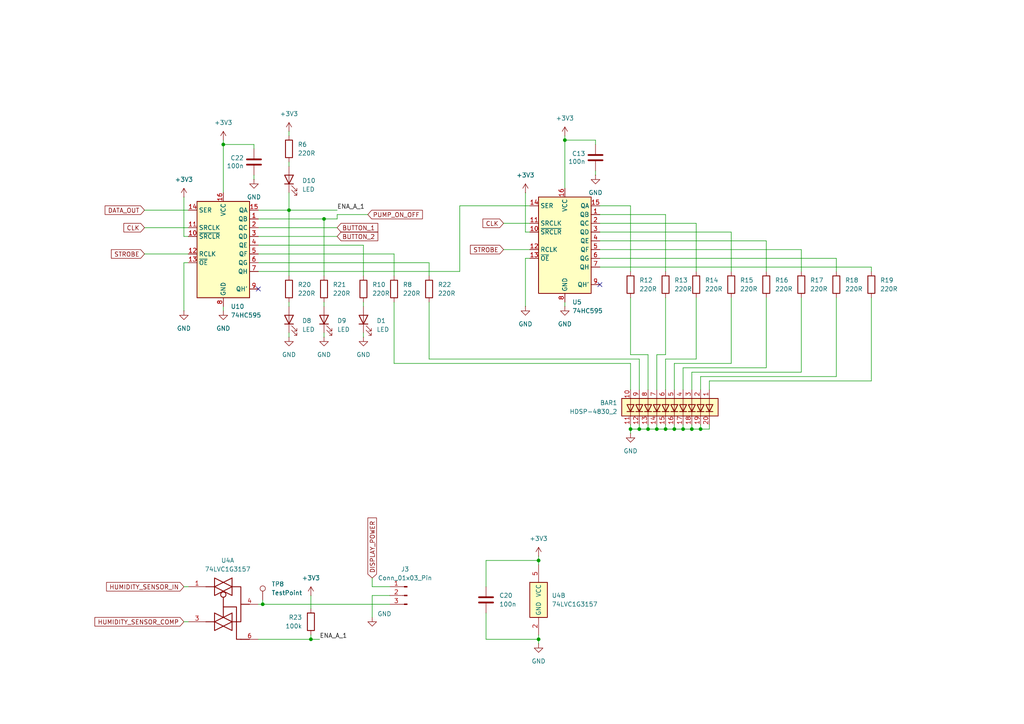
<source format=kicad_sch>
(kicad_sch (version 20250114) (generator "eeschema") (generator_version "9.0")
  (paper "A4")
  (lib_symbols
    (symbol "74xGxx:74LVC1G3157"
      (property "Reference" "U" (at 5.08 7.62 0))
      (property "Value" "74LVC1G3157" (at 10.16 -7.62 0))
      (symbol "74LVC1G3157_1_1"
        (polyline (pts (xy -7.62 0) (xy -5.08 0)) (stroke (width 0.254)) (fill (type background)))
        (polyline (pts (xy -7.62 -10.16) (xy -5.08 -10.16)) (stroke (width 0.254)) (fill (type background)))
        (polyline (pts (xy -2.54 7.62) (xy 0 6.35) (xy -2.54 5.08) (xy -2.54 7.62)) (stroke (width 0.254)))
        (polyline (pts (xy -2.54 5.08) (xy 0 3.81) (xy -2.54 2.54) (xy -2.54 5.08)) (stroke (width 0.254)))
        (polyline (pts (xy -2.54 5.08) (xy -5.08 5.08) (xy -5.08 0) (xy -5.08 -5.08) (xy -2.54 -5.08)) (stroke (width 0.254)))
        (polyline (pts (xy -2.54 -2.54) (xy -2.54 -5.08) (xy 0 -3.81) (xy -2.54 -2.54)) (stroke (width 0.254)))
        (polyline (pts (xy -2.54 -5.08) (xy 0 -6.35) (xy -2.54 -7.62) (xy -2.54 -5.08)) (stroke (width 0.254)))
        (circle (center 0 2.794) (radius 0.762) (stroke (width 0.254)))
        (polyline (pts (xy 0 -0.762) (xy -3.81 -0.762) (xy -3.81 -10.16) (xy -5.08 -10.16)) (stroke (width 0.254)))
        (polyline (pts (xy 0 -3.81) (xy 0 2.032)) (stroke (width 0.254)))
        (polyline (pts (xy 2.54 5.08) (xy 2.54 7.62) (xy 0 6.35) (xy 2.54 5.08)) (stroke (width 0.254)))
        (polyline (pts (xy 2.54 5.08) (xy 2.54 2.54) (xy 0 3.81) (xy 2.54 5.08)) (stroke (width 0.254)))
        (polyline (pts (xy 2.54 -2.54) (xy 2.54 -5.08) (xy 0 -3.81) (xy 2.54 -2.54)) (stroke (width 0.254)))
        (polyline (pts (xy 2.54 -5.08) (xy 0 -6.35) (xy 2.54 -7.62) (xy 2.54 -5.08)) (stroke (width 0.254)))
        (polyline (pts (xy 5.08 5.08) (xy 2.54 5.08)) (stroke (width 0.254)) (fill (type background)))
        (polyline (pts (xy 5.08 -5.08) (xy 2.54 -5.08)) (stroke (width 0.254)) (fill (type background)))
        (pin bidirectional line (at -10.16 0 0) (length 5.08) (name "~") (number "4"))
        (pin input line (at -10.16 -10.16 0) (length 5.08) (name "~") (number "6"))
        (pin bidirectional line (at 10.16 5.08 180) (length 5.08) (name "~") (number "1"))
        (pin bidirectional line (at 10.16 -5.08 180) (length 5.08) (name "~") (number "3"))
      )
      (symbol "74LVC1G3157_2_1"
        (rectangle (start -2.54 5.08) (end 2.54 -5.08) (stroke (width 0.254)) (fill (type background)))
        (pin power_in line (at 0 10.16 270) (length 5.08) (name "VCC") (number "5"))
        (pin power_in line (at 0 -10.16 90) (length 5.08) (name "GND") (number "2"))
      )
    )
    (symbol "74xx:74HC595"
      (property "Reference" "U" (at -7.62 13.97 0))
      (property "Value" "74HC595" (at -7.62 -16.51 0))
      (symbol "74HC595_1_0"
        (pin input line (at -10.16 10.16 0) (length 2.54) (name "SER") (number "14"))
        (pin input line (at -10.16 5.08 0) (length 2.54) (name "SRCLK") (number "11"))
        (pin input line (at -10.16 2.54 0) (length 2.54) (name "~{SRCLR}") (number "10"))
        (pin input line (at -10.16 -2.54 0) (length 2.54) (name "RCLK") (number "12"))
        (pin input line (at -10.16 -5.08 0) (length 2.54) (name "~{OE}") (number "13"))
        (pin power_in line (at 0 15.24 270) (length 2.54) (name "VCC") (number "16"))
        (pin power_in line (at 0 -17.78 90) (length 2.54) (name "GND") (number "8"))
        (pin tri_state line (at 10.16 10.16 180) (length 2.54) (name "QA") (number "15"))
        (pin tri_state line (at 10.16 7.62 180) (length 2.54) (name "QB") (number "1"))
        (pin tri_state line (at 10.16 5.08 180) (length 2.54) (name "QC") (number "2"))
        (pin tri_state line (at 10.16 2.54 180) (length 2.54) (name "QD") (number "3"))
        (pin tri_state line (at 10.16 0 180) (length 2.54) (name "QE") (number "4"))
        (pin tri_state line (at 10.16 -2.54 180) (length 2.54) (name "QF") (number "5"))
        (pin tri_state line (at 10.16 -5.08 180) (length 2.54) (name "QG") (number "6"))
        (pin tri_state line (at 10.16 -7.62 180) (length 2.54) (name "QH") (number "7"))
        (pin output line (at 10.16 -12.7 180) (length 2.54) (name "QH'") (number "9"))
      )
      (symbol "74HC595_1_1"
        (rectangle (start -7.62 12.7) (end 7.62 -15.24) (stroke (width 0.254)) (fill (type background)))
      )
    )
    (symbol "Connector:Conn_01x03_Pin" (pin_names (offset 1.016) (hide yes))
      (property "Reference" "J" (at 0 5.08 0))
      (property "Value" "Conn_01x03_Pin" (at 0 -5.08 0))
      (symbol "Conn_01x03_Pin_1_1"
        (rectangle (start 0.8636 2.667) (end 0 2.413) (stroke (width 0.1524)) (fill (type outline)))
        (rectangle (start 0.8636 0.127) (end 0 -0.127) (stroke (width 0.1524)) (fill (type outline)))
        (rectangle (start 0.8636 -2.413) (end 0 -2.667) (stroke (width 0.1524)) (fill (type outline)))
        (polyline (pts (xy 1.27 2.54) (xy 0.8636 2.54)) (stroke (width 0.1524)))
        (polyline (pts (xy 1.27 0) (xy 0.8636 0)) (stroke (width 0.1524)))
        (polyline (pts (xy 1.27 -2.54) (xy 0.8636 -2.54)) (stroke (width 0.1524)))
        (pin passive line (at 5.08 2.54 180) (length 3.81) (name "Pin_1") (number "1"))
        (pin passive line (at 5.08 0 180) (length 3.81) (name "Pin_2") (number "2"))
        (pin passive line (at 5.08 -2.54 180) (length 3.81) (name "Pin_3") (number "3"))
      )
    )
    (symbol "Connector:TestPoint" (pin_numbers (hide yes)) (pin_names (offset 0.762) (hide yes))
      (property "Reference" "TP" (at 0 6.858 0))
      (property "Value" "TestPoint" (at 0 5.08 0))
      (symbol "TestPoint_0_1"
        (circle (center 0 3.302) (radius 0.762))
      )
      (symbol "TestPoint_1_1"
        (pin passive line (at 0 0 90) (length 2.54) (name "1") (number "1"))
      )
    )
    (symbol "Device:C" (pin_numbers (hide yes)) (pin_names (offset 0.254))
      (property "Reference" "C" (at 0.635 2.54 0))
      (property "Value" "C" (at 0.635 -2.54 0))
      (symbol "C_0_1"
        (polyline (pts (xy -2.032 0.762) (xy 2.032 0.762)) (stroke (width 0.508)))
        (polyline (pts (xy -2.032 -0.762) (xy 2.032 -0.762)) (stroke (width 0.508)))
      )
      (symbol "C_1_1"
        (pin passive line (at 0 3.81 270) (length 2.794) (name "~") (number "1"))
        (pin passive line (at 0 -3.81 90) (length 2.794) (name "~") (number "2"))
      )
    )
    (symbol "Device:LED" (pin_numbers (hide yes)) (pin_names (offset 1.016) (hide yes))
      (property "Reference" "D" (at 0 2.54 0))
      (property "Value" "LED" (at 0 -2.54 0))
      (symbol "LED_0_1"
        (polyline (pts (xy -3.048 -0.762) (xy -4.572 -2.286) (xy -3.81 -2.286) (xy -4.572 -2.286) (xy -4.572 -1.524)))
        (polyline (pts (xy -1.778 -0.762) (xy -3.302 -2.286) (xy -2.54 -2.286) (xy -3.302 -2.286) (xy -3.302 -1.524)))
        (polyline (pts (xy -1.27 0) (xy 1.27 0)))
        (polyline (pts (xy -1.27 -1.27) (xy -1.27 1.27)) (stroke (width 0.254)))
        (polyline (pts (xy 1.27 -1.27) (xy 1.27 1.27) (xy -1.27 0) (xy 1.27 -1.27)) (stroke (width 0.254)))
      )
      (symbol "LED_1_1"
        (pin passive line (at -3.81 0 0) (length 2.54) (name "K") (number "1"))
        (pin passive line (at 3.81 0 180) (length 2.54) (name "A") (number "2"))
      )
    )
    (symbol "Device:R" (pin_numbers (hide yes)) (pin_names (offset 0))
      (property "Reference" "R" (at 2.032 0 90))
      (property "Value" "R" (at 0 0 90))
      (symbol "R_0_1"
        (rectangle (start -1.016 -2.54) (end 1.016 2.54) (stroke (width 0.254)))
      )
      (symbol "R_1_1"
        (pin passive line (at 0 3.81 270) (length 1.27) (name "~") (number "1"))
        (pin passive line (at 0 -3.81 90) (length 1.27) (name "~") (number "2"))
      )
    )
    (symbol "LED:HDSP-4830_2" (pin_names (offset 1.016) (hide yes))
      (property "Reference" "BAR" (at 0 15.24 0))
      (property "Value" "HDSP-4830_2" (at 0 -17.78 0))
      (symbol "HDSP-4830_2_0_1"
        (rectangle (start -2.54 12.7) (end 2.54 -15.24) (stroke (width 0.254)) (fill (type background)))
        (polyline (pts (xy -2.54 10.16) (xy 2.54 10.16)))
        (polyline (pts (xy -2.54 7.62) (xy 2.54 7.62)))
        (polyline (pts (xy -2.54 5.08) (xy 2.54 5.08)))
        (polyline (pts (xy -2.54 0) (xy 2.54 0)))
        (polyline (pts (xy -2.54 -5.08) (xy 2.54 -5.08)))
        (polyline (pts (xy -2.54 -7.62) (xy 2.54 -7.62)))
        (polyline (pts (xy -2.54 -10.16) (xy 2.54 -10.16)))
        (polyline (pts (xy -2.54 -12.7) (xy 2.54 -12.7)))
        (polyline (pts (xy -0.762 11.176) (xy -0.762 9.144) (xy 1.27 10.16) (xy -0.762 11.176)) (stroke (width 0.254)))
        (polyline (pts (xy -0.762 8.636) (xy -0.762 6.604) (xy 1.27 7.62) (xy -0.762 8.636)) (stroke (width 0.254)))
        (polyline (pts (xy -0.762 6.096) (xy -0.762 4.064) (xy 1.27 5.08) (xy -0.762 6.096)) (stroke (width 0.254)))
        (polyline (pts (xy -0.762 3.556) (xy -0.762 1.524) (xy 1.27 2.54) (xy -0.762 3.556)) (stroke (width 0.254)))
        (polyline (pts (xy -0.762 1.016) (xy -0.762 -1.016) (xy 1.27 0) (xy -0.762 1.016)) (stroke (width 0.254)))
        (polyline (pts (xy -0.762 -1.524) (xy -0.762 -3.556) (xy 1.27 -2.54) (xy -0.762 -1.524)) (stroke (width 0.254)))
        (polyline (pts (xy -0.762 -4.064) (xy -0.762 -6.096) (xy 1.27 -5.08) (xy -0.762 -4.064)) (stroke (width 0.254)))
        (polyline (pts (xy -0.762 -6.604) (xy -0.762 -8.636) (xy 1.27 -7.62) (xy -0.762 -6.604)) (stroke (width 0.254)))
        (polyline (pts (xy -0.762 -9.144) (xy -0.762 -11.176) (xy 1.27 -10.16) (xy -0.762 -9.144)) (stroke (width 0.254)))
        (polyline (pts (xy -0.762 -11.684) (xy -0.762 -13.716) (xy 1.27 -12.7) (xy -0.762 -11.684)) (stroke (width 0.254)))
        (polyline (pts (xy 1.27 11.176) (xy 1.27 9.144)) (stroke (width 0.254)))
        (polyline (pts (xy 1.27 8.636) (xy 1.27 6.604)) (stroke (width 0.254)))
        (polyline (pts (xy 1.27 6.096) (xy 1.27 4.064)) (stroke (width 0.254)))
        (polyline (pts (xy 1.27 3.556) (xy 1.27 1.524)) (stroke (width 0.254)))
        (polyline (pts (xy 1.27 1.016) (xy 1.27 -1.016)) (stroke (width 0.254)))
        (polyline (pts (xy 1.27 -1.524) (xy 1.27 -3.556)) (stroke (width 0.254)))
        (polyline (pts (xy 1.27 -4.064) (xy 1.27 -6.096)) (stroke (width 0.254)))
        (polyline (pts (xy 1.27 -6.604) (xy 1.27 -8.636)) (stroke (width 0.254)))
        (polyline (pts (xy 1.27 -9.144) (xy 1.27 -11.176)) (stroke (width 0.254)))
        (polyline (pts (xy 1.27 -11.684) (xy 1.27 -13.716)) (stroke (width 0.254)))
        (polyline (pts (xy 2.54 2.54) (xy -2.54 2.54)))
        (polyline (pts (xy 2.54 -2.54) (xy -2.54 -2.54)))
      )
      (symbol "HDSP-4830_2_1_1"
        (pin passive line (at -5.08 10.16 0) (length 2.54) (name "A") (number "1"))
        (pin passive line (at -5.08 7.62 0) (length 2.54) (name "A") (number "2"))
        (pin passive line (at -5.08 5.08 0) (length 2.54) (name "A") (number "3"))
        (pin passive line (at -5.08 2.54 0) (length 2.54) (name "A") (number "4"))
        (pin passive line (at -5.08 0 0) (length 2.54) (name "A") (number "5"))
        (pin passive line (at -5.08 -2.54 0) (length 2.54) (name "A") (number "6"))
        (pin passive line (at -5.08 -5.08 0) (length 2.54) (name "A") (number "7"))
        (pin passive line (at -5.08 -7.62 0) (length 2.54) (name "A") (number "8"))
        (pin passive line (at -5.08 -10.16 0) (length 2.54) (name "A") (number "9"))
        (pin passive line (at -5.08 -12.7 0) (length 2.54) (name "A") (number "10"))
        (pin passive line (at 5.08 10.16 180) (length 2.54) (name "K") (number "20"))
        (pin passive line (at 5.08 7.62 180) (length 2.54) (name "K") (number "19"))
        (pin passive line (at 5.08 5.08 180) (length 2.54) (name "K") (number "18"))
        (pin passive line (at 5.08 2.54 180) (length 2.54) (name "K") (number "17"))
        (pin passive line (at 5.08 0 180) (length 2.54) (name "K") (number "16"))
        (pin passive line (at 5.08 -2.54 180) (length 2.54) (name "K") (number "15"))
        (pin passive line (at 5.08 -5.08 180) (length 2.54) (name "K") (number "14"))
        (pin passive line (at 5.08 -7.62 180) (length 2.54) (name "K") (number "13"))
        (pin passive line (at 5.08 -10.16 180) (length 2.54) (name "K") (number "12"))
        (pin passive line (at 5.08 -12.7 180) (length 2.54) (name "K") (number "11"))
      )
    )
    (symbol "power:+3V3" (power) (pin_numbers (hide yes)) (pin_names (offset 0) (hide yes))
      (property "Value" "+3V3" (at 0 3.556 0))
      (symbol "+3V3_0_1"
        (polyline (pts (xy -0.762 1.27) (xy 0 2.54)))
        (polyline (pts (xy 0 2.54) (xy 0.762 1.27)))
        (polyline (pts (xy 0 0) (xy 0 2.54)))
      )
      (symbol "+3V3_1_1"
        (pin power_in line (at 0 0 90) (length 0) (name "~") (number "1"))
      )
    )
    (symbol "power:GND" (power) (pin_numbers (hide yes)) (pin_names (offset 0) (hide yes))
      (property "Value" "GND" (at 0 -3.81 0))
      (symbol "GND_0_1"
        (polyline (pts (xy 0 0) (xy 0 -1.27) (xy 1.27 -1.27) (xy 0 -2.54) (xy -1.27 -1.27) (xy 0 -1.27)))
      )
      (symbol "GND_1_1"
        (pin power_in line (at 0 0 270) (length 0) (name "~") (number "1"))
      )
    )
  )
  (junction (at 93.98 63.5))
  (junction (at 156.21 185.42))
  (junction (at 185.42 124.46))
  (junction (at 83.82 60.96))
  (junction (at 200.66 124.46))
  (junction (at 90.17 185.42))
  (junction (at 76.2 175.26))
  (junction (at 193.04 124.46))
  (junction (at 156.21 162.56))
  (junction (at 163.83 40.64))
  (junction (at 203.2 124.46))
  (junction (at 195.58 124.46))
  (junction (at 187.96 124.46))
  (junction (at 64.77 41.91))
  (junction (at 182.88 124.46))
  (junction (at 198.12 124.46))
  (junction (at 190.5 124.46))
  (no_connect (at 74.93 83.82))
  (no_connect (at 173.99 82.55))
  (wire (pts (xy 74.93 71.12) (xy 105.41 71.12)))
  (wire (pts (xy 203.2 109.22) (xy 203.2 113.03)))
  (wire (pts (xy 195.58 123.19) (xy 195.58 124.46)))
  (wire (pts (xy 107.95 172.72) (xy 107.95 179.07)))
  (wire (pts (xy 212.09 105.41) (xy 195.58 105.41)))
  (wire (pts (xy 73.66 52.07) (xy 73.66 50.8)))
  (wire (pts (xy 205.74 124.46) (xy 205.74 123.19)))
  (wire (pts (xy 140.97 177.8) (xy 140.97 185.42)))
  (wire (pts (xy 193.04 62.23) (xy 193.04 78.74)))
  (wire (pts (xy 203.2 124.46) (xy 205.74 124.46)))
  (wire (pts (xy 92.71 185.42) (xy 90.17 185.42)))
  (wire (pts (xy 187.96 102.87) (xy 187.96 113.03)))
  (wire (pts (xy 173.99 64.77) (xy 201.93 64.77)))
  (wire (pts (xy 193.04 102.87) (xy 190.5 102.87)))
  (wire (pts (xy 205.74 113.03) (xy 205.74 110.49)))
  (wire (pts (xy 193.04 123.19) (xy 193.04 124.46)))
  (wire (pts (xy 97.79 62.23) (xy 106.68 62.23)))
  (wire (pts (xy 152.4 55.88) (xy 152.4 67.31)))
  (wire (pts (xy 83.82 87.63) (xy 83.82 88.9)))
  (wire (pts (xy 201.93 104.14) (xy 193.04 104.14)))
  (wire (pts (xy 90.17 185.42) (xy 74.93 185.42)))
  (wire (pts (xy 76.2 175.26) (xy 113.03 175.26)))
  (wire (pts (xy 83.82 38.1) (xy 83.82 39.37)))
  (wire (pts (xy 242.57 74.93) (xy 242.57 78.74)))
  (wire (pts (xy 152.4 74.93) (xy 152.4 88.9)))
  (wire (pts (xy 187.96 124.46) (xy 190.5 124.46)))
  (wire (pts (xy 53.34 76.2) (xy 54.61 76.2)))
  (wire (pts (xy 41.91 73.66) (xy 54.61 73.66)))
  (wire (pts (xy 222.25 106.68) (xy 198.12 106.68)))
  (wire (pts (xy 185.42 123.19) (xy 185.42 124.46)))
  (wire (pts (xy 193.04 86.36) (xy 193.04 102.87)))
  (wire (pts (xy 76.2 173.99) (xy 76.2 175.26)))
  (wire (pts (xy 124.46 87.63) (xy 124.46 104.14)))
  (wire (pts (xy 252.73 77.47) (xy 252.73 78.74)))
  (wire (pts (xy 195.58 124.46) (xy 198.12 124.46)))
  (wire (pts (xy 156.21 162.56) (xy 156.21 163.83)))
  (wire (pts (xy 185.42 104.14) (xy 124.46 104.14)))
  (wire (pts (xy 187.96 123.19) (xy 187.96 124.46)))
  (wire (pts (xy 172.72 41.91) (xy 172.72 40.64)))
  (wire (pts (xy 195.58 105.41) (xy 195.58 113.03)))
  (wire (pts (xy 73.66 41.91) (xy 64.77 41.91)))
  (wire (pts (xy 232.41 72.39) (xy 232.41 78.74)))
  (wire (pts (xy 212.09 67.31) (xy 212.09 78.74)))
  (wire (pts (xy 222.25 86.36) (xy 222.25 106.68)))
  (wire (pts (xy 41.91 60.96) (xy 54.61 60.96)))
  (wire (pts (xy 53.34 170.18) (xy 54.61 170.18)))
  (wire (pts (xy 198.12 123.19) (xy 198.12 124.46)))
  (wire (pts (xy 182.88 105.41) (xy 114.3 105.41)))
  (wire (pts (xy 173.99 77.47) (xy 252.73 77.47)))
  (wire (pts (xy 163.83 87.63) (xy 163.83 88.9)))
  (wire (pts (xy 146.05 64.77) (xy 153.67 64.77)))
  (wire (pts (xy 64.77 40.64) (xy 64.77 41.91)))
  (wire (pts (xy 205.74 110.49) (xy 252.73 110.49)))
  (wire (pts (xy 222.25 69.85) (xy 222.25 78.74)))
  (wire (pts (xy 114.3 73.66) (xy 114.3 80.01)))
  (wire (pts (xy 74.93 66.04) (xy 97.79 66.04)))
  (wire (pts (xy 133.35 78.74) (xy 133.35 59.69)))
  (wire (pts (xy 93.98 80.01) (xy 93.98 63.5)))
  (wire (pts (xy 182.88 59.69) (xy 182.88 78.74)))
  (wire (pts (xy 232.41 86.36) (xy 232.41 107.95)))
  (wire (pts (xy 172.72 50.8) (xy 172.72 49.53)))
  (wire (pts (xy 53.34 180.34) (xy 54.61 180.34)))
  (wire (pts (xy 203.2 123.19) (xy 203.2 124.46)))
  (wire (pts (xy 93.98 63.5) (xy 97.79 63.5)))
  (wire (pts (xy 190.5 102.87) (xy 190.5 113.03)))
  (wire (pts (xy 182.88 124.46) (xy 185.42 124.46)))
  (wire (pts (xy 53.34 76.2) (xy 53.34 90.17)))
  (wire (pts (xy 173.99 67.31) (xy 212.09 67.31)))
  (wire (pts (xy 64.77 88.9) (xy 64.77 90.17)))
  (wire (pts (xy 124.46 76.2) (xy 124.46 80.01)))
  (wire (pts (xy 200.66 107.95) (xy 200.66 113.03)))
  (wire (pts (xy 182.88 123.19) (xy 182.88 124.46)))
  (wire (pts (xy 73.66 43.18) (xy 73.66 41.91)))
  (wire (pts (xy 83.82 60.96) (xy 83.82 80.01)))
  (wire (pts (xy 140.97 170.18) (xy 140.97 162.56)))
  (wire (pts (xy 172.72 40.64) (xy 163.83 40.64)))
  (wire (pts (xy 156.21 184.15) (xy 156.21 185.42)))
  (wire (pts (xy 190.5 124.46) (xy 193.04 124.46)))
  (wire (pts (xy 93.98 96.52) (xy 93.98 97.79)))
  (wire (pts (xy 90.17 172.72) (xy 90.17 176.53)))
  (wire (pts (xy 156.21 161.29) (xy 156.21 162.56)))
  (wire (pts (xy 133.35 59.69) (xy 153.67 59.69)))
  (wire (pts (xy 152.4 67.31) (xy 153.67 67.31)))
  (wire (pts (xy 53.34 57.15) (xy 53.34 68.58)))
  (wire (pts (xy 105.41 96.52) (xy 105.41 97.79)))
  (wire (pts (xy 200.66 123.19) (xy 200.66 124.46)))
  (wire (pts (xy 53.34 68.58) (xy 54.61 68.58)))
  (wire (pts (xy 252.73 86.36) (xy 252.73 110.49)))
  (wire (pts (xy 74.93 63.5) (xy 93.98 63.5)))
  (wire (pts (xy 163.83 39.37) (xy 163.83 40.64)))
  (wire (pts (xy 242.57 86.36) (xy 242.57 109.22)))
  (wire (pts (xy 232.41 107.95) (xy 200.66 107.95)))
  (wire (pts (xy 201.93 64.77) (xy 201.93 78.74)))
  (wire (pts (xy 113.03 172.72) (xy 107.95 172.72)))
  (wire (pts (xy 173.99 72.39) (xy 232.41 72.39)))
  (wire (pts (xy 182.88 102.87) (xy 187.96 102.87)))
  (wire (pts (xy 107.95 170.18) (xy 107.95 167.64)))
  (wire (pts (xy 193.04 104.14) (xy 193.04 113.03)))
  (wire (pts (xy 93.98 87.63) (xy 93.98 88.9)))
  (wire (pts (xy 83.82 55.88) (xy 83.82 60.96)))
  (wire (pts (xy 74.93 60.96) (xy 83.82 60.96)))
  (wire (pts (xy 140.97 162.56) (xy 156.21 162.56)))
  (wire (pts (xy 74.93 76.2) (xy 124.46 76.2)))
  (wire (pts (xy 185.42 113.03) (xy 185.42 104.14)))
  (wire (pts (xy 173.99 59.69) (xy 182.88 59.69)))
  (wire (pts (xy 146.05 72.39) (xy 153.67 72.39)))
  (wire (pts (xy 182.88 86.36) (xy 182.88 102.87)))
  (wire (pts (xy 83.82 96.52) (xy 83.82 97.79)))
  (wire (pts (xy 173.99 69.85) (xy 222.25 69.85)))
  (wire (pts (xy 163.83 40.64) (xy 163.83 54.61)))
  (wire (pts (xy 74.93 175.26) (xy 76.2 175.26)))
  (wire (pts (xy 173.99 62.23) (xy 193.04 62.23)))
  (wire (pts (xy 190.5 123.19) (xy 190.5 124.46)))
  (wire (pts (xy 83.82 60.96) (xy 97.79 60.96)))
  (wire (pts (xy 74.93 78.74) (xy 133.35 78.74)))
  (wire (pts (xy 152.4 74.93) (xy 153.67 74.93)))
  (wire (pts (xy 173.99 74.93) (xy 242.57 74.93)))
  (wire (pts (xy 83.82 46.99) (xy 83.82 48.26)))
  (wire (pts (xy 156.21 185.42) (xy 156.21 186.69)))
  (wire (pts (xy 90.17 184.15) (xy 90.17 185.42)))
  (wire (pts (xy 64.77 41.91) (xy 64.77 55.88)))
  (wire (pts (xy 201.93 86.36) (xy 201.93 104.14)))
  (wire (pts (xy 193.04 124.46) (xy 195.58 124.46)))
  (wire (pts (xy 41.91 66.04) (xy 54.61 66.04)))
  (wire (pts (xy 105.41 71.12) (xy 105.41 80.01)))
  (wire (pts (xy 140.97 185.42) (xy 156.21 185.42)))
  (wire (pts (xy 97.79 63.5) (xy 97.79 62.23)))
  (wire (pts (xy 212.09 86.36) (xy 212.09 105.41)))
  (wire (pts (xy 113.03 170.18) (xy 107.95 170.18)))
  (wire (pts (xy 114.3 87.63) (xy 114.3 105.41)))
  (wire (pts (xy 200.66 124.46) (xy 203.2 124.46)))
  (wire (pts (xy 182.88 124.46) (xy 182.88 125.73)))
  (wire (pts (xy 198.12 124.46) (xy 200.66 124.46)))
  (wire (pts (xy 74.93 68.58) (xy 97.79 68.58)))
  (wire (pts (xy 185.42 124.46) (xy 187.96 124.46)))
  (wire (pts (xy 242.57 109.22) (xy 203.2 109.22)))
  (wire (pts (xy 74.93 73.66) (xy 114.3 73.66)))
  (wire (pts (xy 182.88 113.03) (xy 182.88 105.41)))
  (wire (pts (xy 105.41 87.63) (xy 105.41 88.9)))
  (wire (pts (xy 198.12 106.68) (xy 198.12 113.03)))
  (label "ENA_A_1" (at 97.79 60.96 0))
  (label "ENA_A_1" (at 92.71 185.42 0))
  (global_label "BUTTON_1" (shape input) (at 97.79 66.04 0) (property "Intersheetrefs" "${INTERSHEET_REFS}" (effects (hide yes))))
  (global_label "CLK" (shape input) (at 41.91 66.04 180) (property "Intersheetrefs" "${INTERSHEET_REFS}" (effects (hide yes))))
  (global_label "STROBE" (shape input) (at 41.91 73.66 180) (property "Intersheetrefs" "${INTERSHEET_REFS}" (effects (hide yes))))
  (global_label "DISPLAY_POWER" (shape input) (at 107.95 167.64 90) (property "Intersheetrefs" "${INTERSHEET_REFS}" (effects (hide yes))))
  (global_label "HUMIDITY_SENSOR_COMP" (shape input) (at 53.34 180.34 180) (property "Intersheetrefs" "${INTERSHEET_REFS}" (effects (hide yes))))
  (global_label "BUTTON_2" (shape input) (at 97.79 68.58 0) (property "Intersheetrefs" "${INTERSHEET_REFS}" (effects (hide yes))))
  (global_label "PUMP_ON_OFF" (shape input) (at 106.68 62.23 0) (property "Intersheetrefs" "${INTERSHEET_REFS}" (effects (hide yes))))
  (global_label "CLK" (shape input) (at 146.05 64.77 180) (property "Intersheetrefs" "${INTERSHEET_REFS}" (effects (hide yes))))
  (global_label "HUMIDITY_SENSOR_IN" (shape input) (at 53.34 170.18 180) (property "Intersheetrefs" "${INTERSHEET_REFS}" (effects (hide yes))))
  (global_label "STROBE" (shape input) (at 146.05 72.39 180) (property "Intersheetrefs" "${INTERSHEET_REFS}" (effects (hide yes))))
  (global_label "DATA_OUT" (shape input) (at 41.91 60.96 180) (property "Intersheetrefs" "${INTERSHEET_REFS}" (effects (hide yes))))
  (symbol (lib_id "power:GND") (at 182.88 125.73 0) (unit 1)
    (property "Reference" "#PWR066" (effects (hide yes)))
    (property "Value" "GND" (at 182.88 130.81 0))
    (property "Description" "Power symbol creates a global label with name \"GND\" , ground" (effects (hide yes)))
  )
  (symbol (lib_id "power:GND") (at 53.34 90.17 0) (unit 1)
    (property "Reference" "#PWR059" (effects (hide yes)))
    (property "Value" "GND" (at 53.34 95.25 0))
    (property "Description" "Power symbol creates a global label with name \"GND\" , ground" (effects (hide yes)))
  )
  (symbol (lib_id "74xGxx:74LVC1G3157") (at 156.21 173.99 0) (unit 2)
    (property "Reference" "U4" (at 160.02 172.7199 0) (effects (justify left)))
    (property "Value" "74LVC1G3157" (at 160.02 175.2599 0) (effects (justify left)))
    (property "Footprint" "Package_TO_SOT_SMD:SOT-363_SC-70-6" (effects (hide yes)))
    (property "Datasheet" "http://www.ti.com/lit/sg/scyt129e/scyt129e.pdf" (effects (hide yes)))
    (property "Description" "SPDT Analog Switch, Low-Voltage CMOS" (effects (hide yes)))
  )
  (symbol (lib_id "Device:R") (at 90.17 180.34 0) (mirror x) (unit 1)
    (property "Reference" "R23" (at 87.63 179.0699 0) (effects (justify right)))
    (property "Value" "100k" (at 87.63 181.6099 0) (effects (justify right)))
    (property "Footprint" "Resistor_SMD:R_0805_2012Metric" (effects (hide yes)))
    (property "Description" "Resistor" (effects (hide yes)))
  )
  (symbol (lib_id "power:GND") (at 107.95 179.07 0) (unit 1)
    (property "Reference" "#PWR031" (effects (hide yes)))
    (property "Value" "GND" (at 111.506 178.054 0))
    (property "Description" "Power symbol creates a global label with name \"GND\" , ground" (effects (hide yes)))
  )
  (symbol (lib_id "74xx:74HC595") (at 64.77 71.12 0) (unit 1)
    (property "Reference" "U10" (at 66.9133 88.9 0) (effects (justify left)))
    (property "Value" "74HC595" (at 66.9133 91.44 0) (effects (justify left)))
    (property "Footprint" "Package_SO:SO-16_3.9x9.9mm_P1.27mm" (effects (hide yes)))
    (property "Datasheet" "http://www.ti.com/lit/ds/symlink/sn74hc595.pdf" (effects (hide yes)))
    (property "Description" "8-bit serial in/out Shift Register 3-State Outputs" (effects (hide yes)))
  )
  (symbol (lib_id "Connector:TestPoint") (at 76.2 173.99 0) (unit 1)
    (property "Reference" "TP8" (at 78.74 169.4179 0) (effects (justify left)))
    (property "Value" "TestPoint" (at 78.74 171.9579 0) (effects (justify left)))
    (property "Footprint" "TestPoint:TestPoint_Pad_D2.0mm" (effects (hide yes)))
    (property "Description" "test point" (effects (hide yes)))
  )
  (symbol (lib_id "Device:LED") (at 105.41 92.71 90) (unit 1)
    (property "Reference" "D1" (at 109.22 93.0274 90) (effects (justify right)))
    (property "Value" "LED" (at 109.22 95.5674 90) (effects (justify right)))
    (property "Footprint" "LED_THT:LED_D4.0mm" (effects (hide yes)))
    (property "Description" "Light emitting diode" (effects (hide yes)))
    (property "Sim.Pins" "1=K 2=A" (effects (hide yes)))
  )
  (symbol (lib_id "Device:R") (at 124.46 83.82 0) (mirror x) (unit 1)
    (property "Reference" "R22" (at 127 82.5499 0) (effects (justify left)))
    (property "Value" "220R" (at 127 85.0899 0) (effects (justify left)))
    (property "Footprint" "Resistor_SMD:R_0805_2012Metric" (effects (hide yes)))
    (property "Description" "Resistor" (effects (hide yes)))
  )
  (symbol (lib_id "Device:R") (at 105.41 83.82 0) (mirror x) (unit 1)
    (property "Reference" "R10" (at 107.95 82.5499 0) (effects (justify left)))
    (property "Value" "220R" (at 107.95 85.0899 0) (effects (justify left)))
    (property "Footprint" "Resistor_SMD:R_0805_2012Metric" (effects (hide yes)))
    (property "Description" "Resistor" (effects (hide yes)))
  )
  (symbol (lib_id "power:GND") (at 64.77 90.17 0) (unit 1)
    (property "Reference" "#PWR058" (effects (hide yes)))
    (property "Value" "GND" (at 64.77 95.25 0))
    (property "Description" "Power symbol creates a global label with name \"GND\" , ground" (effects (hide yes)))
  )
  (symbol (lib_id "power:GND") (at 163.83 88.9 0) (unit 1)
    (property "Reference" "#PWR032" (effects (hide yes)))
    (property "Value" "GND" (at 163.83 93.98 0))
    (property "Description" "Power symbol creates a global label with name \"GND\" , ground" (effects (hide yes)))
  )
  (symbol (lib_id "Device:R") (at 201.93 82.55 0) (mirror x) (unit 1)
    (property "Reference" "R14" (at 204.47 81.2799 0) (effects (justify left)))
    (property "Value" "220R" (at 204.47 83.8199 0) (effects (justify left)))
    (property "Footprint" "Resistor_SMD:R_0805_2012Metric" (effects (hide yes)))
    (property "Description" "Resistor" (effects (hide yes)))
  )
  (symbol (lib_id "Device:R") (at 182.88 82.55 0) (mirror x) (unit 1)
    (property "Reference" "R12" (at 185.42 81.2799 0) (effects (justify left)))
    (property "Value" "220R" (at 185.42 83.8199 0) (effects (justify left)))
    (property "Footprint" "Resistor_SMD:R_0805_2012Metric" (effects (hide yes)))
    (property "Description" "Resistor" (effects (hide yes)))
  )
  (symbol (lib_id "Device:LED") (at 93.98 92.71 90) (unit 1)
    (property "Reference" "D9" (at 97.79 93.0274 90) (effects (justify right)))
    (property "Value" "LED" (at 97.79 95.5674 90) (effects (justify right)))
    (property "Footprint" "LED_THT:LED_D4.0mm" (effects (hide yes)))
    (property "Description" "Light emitting diode" (effects (hide yes)))
    (property "Sim.Pins" "1=K 2=A" (effects (hide yes)))
  )
  (symbol (lib_id "74xGxx:74LVC1G3157") (at 64.77 175.26 0) (mirror y) (unit 1)
    (property "Reference" "U4" (at 66.04 162.56 0))
    (property "Value" "74LVC1G3157" (at 66.04 165.1 0))
    (property "Footprint" "Package_TO_SOT_SMD:SOT-363_SC-70-6" (effects (hide yes)))
    (property "Datasheet" "http://www.ti.com/lit/sg/scyt129e/scyt129e.pdf" (effects (hide yes)))
    (property "Description" "SPDT Analog Switch, Low-Voltage CMOS" (effects (hide yes)))
  )
  (symbol (lib_id "Device:R") (at 193.04 82.55 0) (mirror x) (unit 1)
    (property "Reference" "R13" (at 195.58 81.2799 0) (effects (justify left)))
    (property "Value" "220R" (at 195.58 83.8199 0) (effects (justify left)))
    (property "Footprint" "Resistor_SMD:R_0805_2012Metric" (effects (hide yes)))
    (property "Description" "Resistor" (effects (hide yes)))
  )
  (symbol (lib_id "power:GND") (at 105.41 97.79 0) (unit 1)
    (property "Reference" "#PWR039" (effects (hide yes)))
    (property "Value" "GND" (at 105.41 102.87 0))
    (property "Description" "Power symbol creates a global label with name \"GND\" , ground" (effects (hide yes)))
  )
  (symbol (lib_id "LED:HDSP-4830_2") (at 195.58 118.11 270) (unit 1)
    (property "Reference" "BAR1" (at 179.07 116.8399 90) (effects (justify right)))
    (property "Value" "HDSP-4830_2" (at 179.07 119.3799 90) (effects (justify right)))
    (property "Footprint" "Display:HDSP-4830" (effects (hide yes)))
    (property "Datasheet" "https://docs.broadcom.com/docs/AV02-1798EN" (effects (hide yes)))
    (property "Description" "BAR GRAPH 10 segment block, high efficiency red" (effects (hide yes)))
  )
  (symbol (lib_id "Device:C") (at 73.66 46.99 0) (mirror y) (unit 1)
    (property "Reference" "C22" (at 70.739 45.8216 0) (effects (justify left)))
    (property "Value" "100n" (at 70.739 48.133 0) (effects (justify left)))
    (property "Footprint" "Capacitor_SMD:C_0805_2012Metric" (effects (hide yes)))
    (property "Description" "Unpolarized capacitor" (effects (hide yes)))
  )
  (symbol (lib_id "Device:R") (at 83.82 43.18 0) (mirror x) (unit 1)
    (property "Reference" "R6" (at 86.36 41.9099 0) (effects (justify left)))
    (property "Value" "220R" (at 86.36 44.4499 0) (effects (justify left)))
    (property "Footprint" "Resistor_SMD:R_0805_2012Metric" (effects (hide yes)))
    (property "Description" "Resistor" (effects (hide yes)))
  )
  (symbol (lib_id "power:+3V3") (at 90.17 172.72 0) (unit 1)
    (property "Reference" "#PWR021" (effects (hide yes)))
    (property "Value" "+3V3" (at 90.17 167.64 0))
    (property "Description" "Power symbol creates a global label with name \"+3V3\"" (effects (hide yes)))
  )
  (symbol (lib_id "Device:R") (at 222.25 82.55 0) (mirror x) (unit 1)
    (property "Reference" "R16" (at 224.79 81.2799 0) (effects (justify left)))
    (property "Value" "220R" (at 224.79 83.8199 0) (effects (justify left)))
    (property "Footprint" "Resistor_SMD:R_0805_2012Metric" (effects (hide yes)))
    (property "Description" "Resistor" (effects (hide yes)))
  )
  (symbol (lib_id "power:+3V3") (at 64.77 40.64 0) (unit 1)
    (property "Reference" "#PWR043" (effects (hide yes)))
    (property "Value" "+3V3" (at 64.77 35.56 0))
    (property "Description" "Power symbol creates a global label with name \"+3V3\"" (effects (hide yes)))
  )
  (symbol (lib_id "Device:R") (at 232.41 82.55 0) (mirror x) (unit 1)
    (property "Reference" "R17" (at 234.95 81.2799 0) (effects (justify left)))
    (property "Value" "220R" (at 234.95 83.8199 0) (effects (justify left)))
    (property "Footprint" "Resistor_SMD:R_0805_2012Metric" (effects (hide yes)))
    (property "Description" "Resistor" (effects (hide yes)))
  )
  (symbol (lib_id "Device:R") (at 93.98 83.82 0) (mirror x) (unit 1)
    (property "Reference" "R21" (at 96.52 82.5499 0) (effects (justify left)))
    (property "Value" "220R" (at 96.52 85.0899 0) (effects (justify left)))
    (property "Footprint" "Resistor_SMD:R_0805_2012Metric" (effects (hide yes)))
    (property "Description" "Resistor" (effects (hide yes)))
  )
  (symbol (lib_id "Device:R") (at 212.09 82.55 0) (mirror x) (unit 1)
    (property "Reference" "R15" (at 214.63 81.2799 0) (effects (justify left)))
    (property "Value" "220R" (at 214.63 83.8199 0) (effects (justify left)))
    (property "Footprint" "Resistor_SMD:R_0805_2012Metric" (effects (hide yes)))
    (property "Description" "Resistor" (effects (hide yes)))
  )
  (symbol (lib_id "power:+3V3") (at 152.4 55.88 0) (unit 1)
    (property "Reference" "#PWR075" (effects (hide yes)))
    (property "Value" "+3V3" (at 152.4 50.8 0))
    (property "Description" "Power symbol creates a global label with name \"+3V3\"" (effects (hide yes)))
  )
  (symbol (lib_id "power:GND") (at 172.72 50.8 0) (unit 1)
    (property "Reference" "#PWR047" (effects (hide yes)))
    (property "Value" "GND" (at 172.72 55.88 0))
    (property "Description" "Power symbol creates a global label with name \"GND\" , ground" (effects (hide yes)))
  )
  (symbol (lib_id "power:+3V3") (at 156.21 161.29 0) (unit 1)
    (property "Reference" "#PWR052" (effects (hide yes)))
    (property "Value" "+3V3" (at 156.21 156.21 0))
    (property "Description" "Power symbol creates a global label with name \"+3V3\"" (effects (hide yes)))
  )
  (symbol (lib_id "power:+3V3") (at 83.82 38.1 0) (unit 1)
    (property "Reference" "#PWR040" (effects (hide yes)))
    (property "Value" "+3V3" (at 83.82 33.02 0))
    (property "Description" "Power symbol creates a global label with name \"+3V3\"" (effects (hide yes)))
  )
  (symbol (lib_id "power:+3V3") (at 53.34 57.15 0) (unit 1)
    (property "Reference" "#PWR049" (effects (hide yes)))
    (property "Value" "+3V3" (at 53.34 52.07 0))
    (property "Description" "Power symbol creates a global label with name \"+3V3\"" (effects (hide yes)))
  )
  (symbol (lib_id "Device:R") (at 242.57 82.55 0) (mirror x) (unit 1)
    (property "Reference" "R18" (at 245.11 81.2799 0) (effects (justify left)))
    (property "Value" "220R" (at 245.11 83.8199 0) (effects (justify left)))
    (property "Footprint" "Resistor_SMD:R_0805_2012Metric" (effects (hide yes)))
    (property "Description" "Resistor" (effects (hide yes)))
  )
  (symbol (lib_id "power:+3V3") (at 163.83 39.37 0) (unit 1)
    (property "Reference" "#PWR050" (effects (hide yes)))
    (property "Value" "+3V3" (at 163.83 34.29 0))
    (property "Description" "Power symbol creates a global label with name \"+3V3\"" (effects (hide yes)))
  )
  (symbol (lib_id "Device:LED") (at 83.82 52.07 90) (unit 1)
    (property "Reference" "D10" (at 87.63 52.3874 90) (effects (justify right)))
    (property "Value" "LED" (at 87.63 54.9274 90) (effects (justify right)))
    (property "Footprint" "LED_THT:LED_D4.0mm" (effects (hide yes)))
    (property "Description" "Light emitting diode" (effects (hide yes)))
    (property "Sim.Pins" "1=K 2=A" (effects (hide yes)))
  )
  (symbol (lib_id "74xx:74HC595") (at 163.83 69.85 0) (unit 1)
    (property "Reference" "U5" (at 165.9733 87.63 0) (effects (justify left)))
    (property "Value" "74HC595" (at 165.9733 90.17 0) (effects (justify left)))
    (property "Footprint" "Package_SO:SO-16_3.9x9.9mm_P1.27mm" (effects (hide yes)))
    (property "Datasheet" "http://www.ti.com/lit/ds/symlink/sn74hc595.pdf" (effects (hide yes)))
    (property "Description" "8-bit serial in/out Shift Register 3-State Outputs" (effects (hide yes)))
  )
  (symbol (lib_id "power:GND") (at 156.21 186.69 0) (unit 1)
    (property "Reference" "#PWR053" (effects (hide yes)))
    (property "Value" "GND" (at 156.21 191.77 0))
    (property "Description" "Power symbol creates a global label with name \"GND\" , ground" (effects (hide yes)))
  )
  (symbol (lib_id "Device:R") (at 252.73 82.55 0) (mirror x) (unit 1)
    (property "Reference" "R19" (at 255.27 81.2799 0) (effects (justify left)))
    (property "Value" "220R" (at 255.27 83.8199 0) (effects (justify left)))
    (property "Footprint" "Resistor_SMD:R_0805_2012Metric" (effects (hide yes)))
    (property "Description" "Resistor" (effects (hide yes)))
  )
  (symbol (lib_id "power:GND") (at 152.4 88.9 0) (unit 1)
    (property "Reference" "#PWR076" (effects (hide yes)))
    (property "Value" "GND" (at 152.4 93.98 0))
    (property "Description" "Power symbol creates a global label with name \"GND\" , ground" (effects (hide yes)))
  )
  (symbol (lib_id "power:GND") (at 83.82 97.79 0) (unit 1)
    (property "Reference" "#PWR013" (effects (hide yes)))
    (property "Value" "GND" (at 83.82 102.87 0))
    (property "Description" "Power symbol creates a global label with name \"GND\" , ground" (effects (hide yes)))
  )
  (symbol (lib_id "Device:C") (at 172.72 45.72 0) (mirror y) (unit 1)
    (property "Reference" "C13" (at 169.799 44.5516 0) (effects (justify left)))
    (property "Value" "100n" (at 169.799 46.863 0) (effects (justify left)))
    (property "Footprint" "Capacitor_SMD:C_0805_2012Metric" (effects (hide yes)))
    (property "Description" "Unpolarized capacitor" (effects (hide yes)))
  )
  (symbol (lib_id "power:GND") (at 93.98 97.79 0) (unit 1)
    (property "Reference" "#PWR067" (effects (hide yes)))
    (property "Value" "GND" (at 93.98 102.87 0))
    (property "Description" "Power symbol creates a global label with name \"GND\" , ground" (effects (hide yes)))
  )
  (symbol (lib_id "power:GND") (at 73.66 52.07 0) (unit 1)
    (property "Reference" "#PWR057" (effects (hide yes)))
    (property "Value" "GND" (at 73.66 57.15 0))
    (property "Description" "Power symbol creates a global label with name \"GND\" , ground" (effects (hide yes)))
  )
  (symbol (lib_id "Device:R") (at 114.3 83.82 0) (mirror x) (unit 1)
    (property "Reference" "R8" (at 116.84 82.5499 0) (effects (justify left)))
    (property "Value" "220R" (at 116.84 85.0899 0) (effects (justify left)))
    (property "Footprint" "Resistor_SMD:R_0805_2012Metric" (effects (hide yes)))
    (property "Description" "Resistor" (effects (hide yes)))
  )
  (symbol (lib_id "Device:LED") (at 83.82 92.71 90) (unit 1)
    (property "Reference" "D8" (at 87.63 93.0274 90) (effects (justify right)))
    (property "Value" "LED" (at 87.63 95.5674 90) (effects (justify right)))
    (property "Footprint" "LED_THT:LED_D4.0mm" (effects (hide yes)))
    (property "Description" "Light emitting diode" (effects (hide yes)))
    (property "Sim.Pins" "1=K 2=A" (effects (hide yes)))
  )
  (symbol (lib_id "Device:R") (at 83.82 83.82 0) (mirror x) (unit 1)
    (property "Reference" "R20" (at 86.36 82.5499 0) (effects (justify left)))
    (property "Value" "220R" (at 86.36 85.0899 0) (effects (justify left)))
    (property "Footprint" "Resistor_SMD:R_0805_2012Metric" (effects (hide yes)))
    (property "Description" "Resistor" (effects (hide yes)))
  )
  (symbol (lib_id "Device:C") (at 140.97 173.99 0) (mirror y) (unit 1)
    (property "Reference" "C20" (at 144.78 172.7199 0) (effects (justify right)))
    (property "Value" "100n" (at 144.78 175.2599 0) (effects (justify right)))
    (property "Footprint" "Capacitor_SMD:C_0805_2012Metric" (effects (hide yes)))
    (property "Description" "Unpolarized capacitor" (effects (hide yes)))
  )
  (symbol (lib_id "Connector:Conn_01x03_Pin") (at 118.11 172.72 0) (mirror y) (unit 1)
    (property "Reference" "J3" (at 117.475 165.1 0))
    (property "Value" "Conn_01x03_Pin" (at 117.475 167.64 0))
    (property "Footprint" "Connector_PinHeader_2.54mm:PinHeader_1x03_P2.54mm_Vertical" (effects (hide yes)))
    (property "Description" "Generic connector, single row, 01x03, script generated" (effects (hide yes)))
  )
)
</source>
